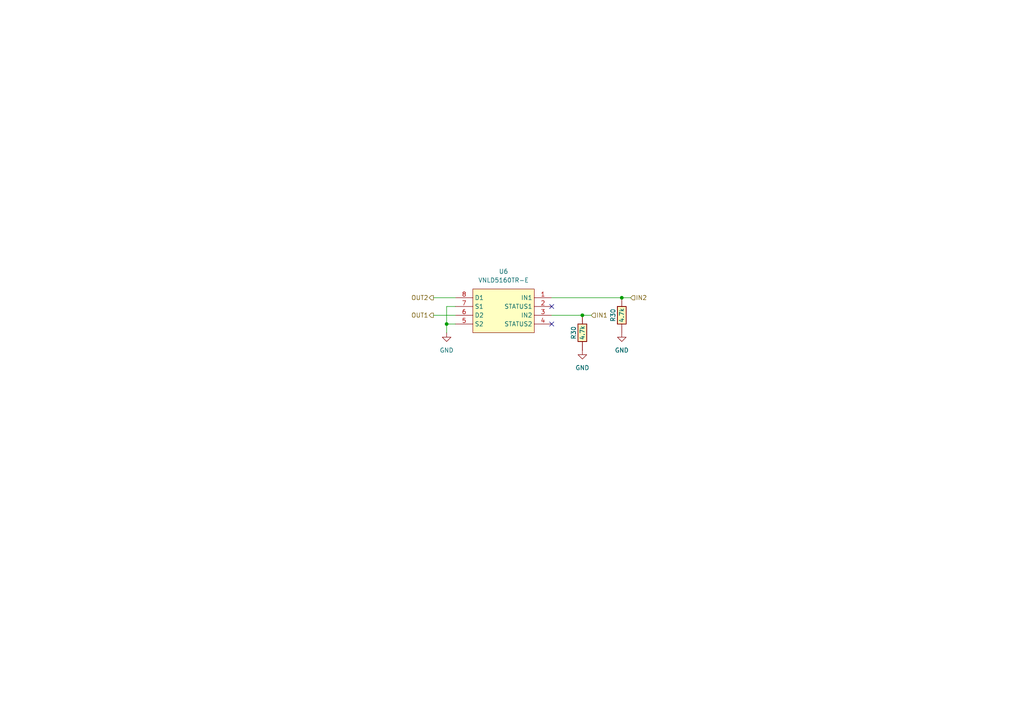
<source format=kicad_sch>
(kicad_sch (version 20231120) (generator "eeschema") (generator_version "8.0")
  (paper "A4")
  (title_block (title "UAEFI") (date "2024-08-15") (rev "D") (company "rusEFI.com"))
  (lib_symbols
    (symbol "GND_2" (power) (pin_numbers hide) (pin_names (offset 0) hide)
      (property "Value" "GND" (at 0 -3.81 0))
      (symbol "GND_2_0_1"
        (polyline (pts (xy 0 0) (xy 0 -1.27) (xy 1.27 -1.27) (xy 0 -2.54) (xy -1.27 -1.27) (xy 0 -1.27)))
      )
      (symbol "GND_2_1_1"
        (pin power_in line (at 0 0 270) (length 0) (name "~") (number "1"))
      )
    )
    (symbol "chips:VNLD5160"
      (property "Reference" "U" (at 6.35 3.81 0))
      (property "Value" "VNLD5160TR-E" (at 12.7 -11.43 0))
      (symbol "VNLD5160_1_1"
        (rectangle (start 5.08 2.54) (end 22.86 -10.16) (fill (type background)))
        (pin input line (at 0 0 0) (length 5.08) (name "IN1") (number "1"))
        (pin open_collector line (at 0 -2.54 0) (length 5.08) (name "STATUS1") (number "2"))
        (pin input line (at 0 -5.08 0) (length 5.08) (name "IN2") (number "3"))
        (pin open_collector line (at 0 -7.62 0) (length 5.08) (name "STATUS2") (number "4"))
        (pin power_in line (at 27.94 -7.62 180) (length 5.08) (name "S2") (number "5"))
        (pin power_out line (at 27.94 -5.08 180) (length 5.08) (name "D2") (number "6"))
        (pin power_in line (at 27.94 -2.54 180) (length 5.08) (name "S1") (number "7"))
        (pin power_out line (at 27.94 0 180) (length 5.08) (name "D1") (number "8"))
      )
    )
    (symbol "hellen-one-common:Res" (pin_numbers hide)
      (property "Reference" "R" (at 3.81 2.54 0))
      (property "Value" "Res" (at 5.08 -2.54 0))
      (symbol "Res_1_0"
        (rectangle (start 2.54 -1.27) (end 7.62 1.27) (stroke (width 0.254)) (fill (type background)))
        (pin passive line (at 0 0 0) (length 2.54) (name "") (number "1"))
        (pin passive line (at 10.16 0 180) (length 2.54) (name "") (number "2"))
      )
    )
  )
  (junction (at 168.91 91.44))
  (junction (at 129.54 93.98))
  (junction (at 180.34 86.36))
  (no_connect (at 160.02 88.9))
  (no_connect (at 160.02 93.98))
  (wire (pts (xy 129.54 93.98) (xy 132.08 93.98)))
  (wire (pts (xy 125.73 86.36) (xy 132.08 86.36)))
  (wire (pts (xy 168.91 91.44) (xy 171.45 91.44)))
  (wire (pts (xy 160.02 86.36) (xy 180.34 86.36)))
  (wire (pts (xy 160.02 91.44) (xy 168.91 91.44)))
  (wire (pts (xy 129.54 93.98) (xy 129.54 88.9)))
  (wire (pts (xy 125.73 91.44) (xy 132.08 91.44)))
  (wire (pts (xy 129.54 96.52) (xy 129.54 93.98)))
  (wire (pts (xy 180.34 86.36) (xy 182.88 86.36)))
  (wire (pts (xy 129.54 88.9) (xy 132.08 88.9)))
  (hierarchical_label "OUT2" (shape output) (at 125.73 86.36 180))
  (hierarchical_label "IN2" (shape input) (at 182.88 86.36 0))
  (hierarchical_label "IN1" (shape input) (at 171.45 91.44 0))
  (hierarchical_label "OUT1" (shape output) (at 125.73 91.44 180))
  (symbol (lib_id "chips:VNLD5160") (at 160.02 86.36 0) (mirror y) (unit 1)
    (property "Reference" "U6" (at 146.05 78.74 0))
    (property "Value" "VNLD5160TR-E" (at 146.05 81.28 0))
    (property "Footprint" "Package_SO:SOIC-8_3.9x4.9mm_P1.27mm" (effects (hide yes)))
    (property "LCSC" "C377942" (effects (hide yes)))
    (property "MyComment" "x" (effects (hide yes)))
  )
  (symbol (lib_name "GND_2") (lib_id "power:GND") (at 180.34 96.52 0) (unit 1)
    (property "Reference" "#PWR091" (effects (hide yes)))
    (property "Value" "GND" (at 180.34 101.6 0))
    (property "Description" "Power symbol creates a global label with name \"GND\" , ground" (effects (hide yes)))
  )
  (symbol (lib_name "GND_2") (lib_id "power:GND") (at 168.91 101.6 0) (unit 1)
    (property "Reference" "#PWR090" (effects (hide yes)))
    (property "Value" "GND" (at 168.91 106.68 0))
    (property "Description" "Power symbol creates a global label with name \"GND\" , ground" (effects (hide yes)))
  )
  (symbol (lib_id "hellen-one-common:Res") (at 180.34 86.36 90) (mirror x) (unit 1)
    (property "Reference" "R30" (at 177.8 91.44 0))
    (property "Value" "4.7k" (at 180.34 91.44 0))
    (property "Footprint" "hellen-one-common:R0603" (effects (hide yes)))
    (property "LCSC" "C23162" (effects (hide yes)))
    (property "MyComment" "x" (effects (hide yes)))
    (instances (project "alphax_8ch" (path "" (reference "R30") (unit 1)) (path "" (reference "R68") (unit 1))) (project "uaefi" (path "" (reference "R15") (unit 1))))
  )
  (symbol (lib_id "hellen-one-common:Res") (at 168.91 91.44 90) (mirror x) (unit 1)
    (property "Reference" "R30" (at 166.37 96.52 0))
    (property "Value" "4.7k" (at 168.91 96.52 0))
    (property "Footprint" "hellen-one-common:R0603" (effects (hide yes)))
    (property "LCSC" "C23162" (effects (hide yes)))
    (property "MyComment" "x" (effects (hide yes)))
    (instances (project "alphax_8ch" (path "" (reference "R30") (unit 1)) (path "" (reference "R68") (unit 1))) (project "uaefi" (path "" (reference "R16") (unit 1))))
  )
  (symbol (lib_name "GND_2") (lib_id "power:GND") (at 129.54 96.52 0) (unit 1)
    (property "Reference" "#PWR089" (effects (hide yes)))
    (property "Value" "GND" (at 129.54 101.6 0))
    (property "Description" "Power symbol creates a global label with name \"GND\" , ground" (effects (hide yes)))
  )
)
</source>
